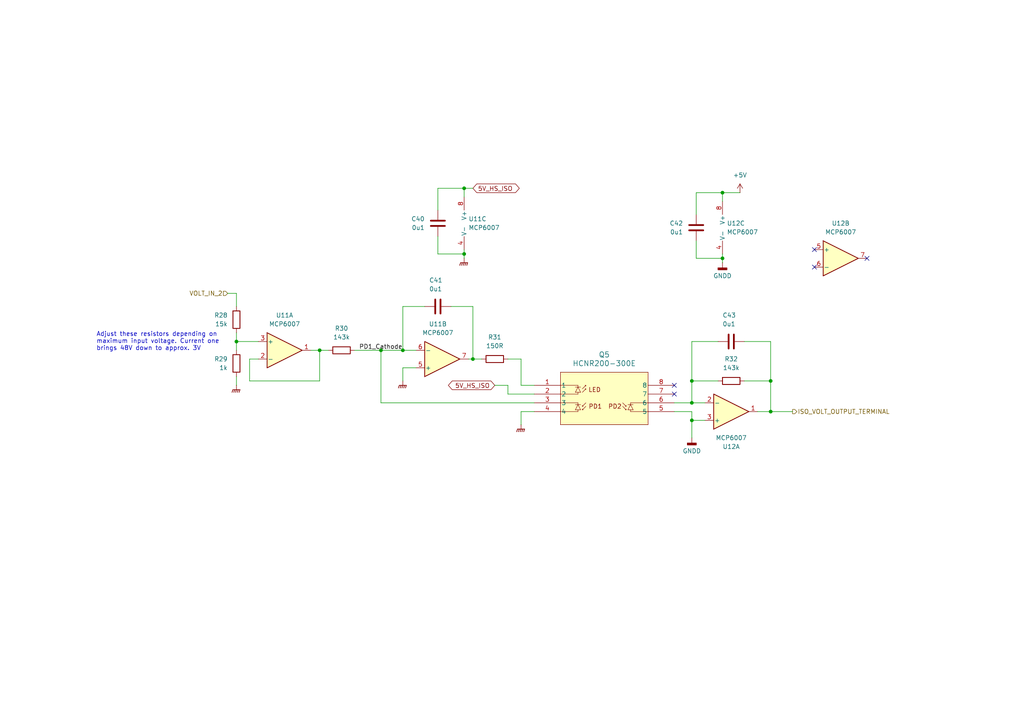
<source format=kicad_sch>
(kicad_sch (version 20231120) (generator "eeschema") (generator_version "8.0")
  (paper "A4")
  (lib_symbols
    (symbol "Device:C" (pin_numbers hide) (pin_names (offset 0.254))
      (property "Reference" "C" (at 0.635 2.54 0))
      (property "Value" "C" (at 0.635 -2.54 0))
      (symbol "C_0_1"
        (polyline (pts (xy -2.032 -0.762) (xy 2.032 -0.762)) (stroke (width 0.508)))
        (polyline (pts (xy -2.032 0.762) (xy 2.032 0.762)) (stroke (width 0.508)))
      )
      (symbol "C_1_1"
        (pin passive line (at 0 3.81 270) (length 2.794) (name "~") (number "1"))
        (pin passive line (at 0 -3.81 90) (length 2.794) (name "~") (number "2"))
      )
    )
    (symbol "Device:R" (pin_numbers hide) (pin_names (offset 0))
      (property "Reference" "R" (at 2.032 0 90))
      (property "Value" "R" (at 0 0 90))
      (symbol "R_0_1"
        (rectangle (start -1.016 -2.54) (end 1.016 2.54) (stroke (width 0.254)))
      )
      (symbol "R_1_1"
        (pin passive line (at 0 3.81 270) (length 1.27) (name "~") (number "1"))
        (pin passive line (at 0 -3.81 90) (length 1.27) (name "~") (number "2"))
      )
    )
    (symbol "ecocad_lib_symbols:HCNR200-300E" (pin_names (offset 0.254))
      (property "Reference" "Q" (at 20.32 10.16 0))
      (property "Value" "HCNR200-300E" (at 20.32 7.62 0))
      (symbol "HCNR200-300E_0_1"
        (polyline (pts (xy 7.62 -7.62) (xy 12.7 -7.62)) (stroke (width 0.127)))
        (polyline (pts (xy 7.62 -5.08) (xy 12.7 -5.08)) (stroke (width 0.127)))
        (polyline (pts (xy 7.62 -2.54) (xy 12.7 -2.54)) (stroke (width 0.127)))
        (polyline (pts (xy 7.62 0) (xy 12.7 0)) (stroke (width 0.127)))
        (polyline (pts (xy 11.938 -7.112) (xy 13.462 -7.112)) (stroke (width 0.127)))
        (polyline (pts (xy 11.938 -5.588) (xy 13.462 -5.588)) (stroke (width 0.127)))
        (polyline (pts (xy 11.938 -2.032) (xy 13.462 -2.032)) (stroke (width 0.127)))
        (polyline (pts (xy 11.938 -0.508) (xy 13.462 -0.508)) (stroke (width 0.127)))
        (polyline (pts (xy 12.7 -7.112) (xy 12.7 -7.62)) (stroke (width 0.127)))
        (polyline (pts (xy 12.7 -5.588) (xy 11.938 -7.112)) (stroke (width 0.127)))
        (polyline (pts (xy 12.7 -5.08) (xy 12.7 -5.588)) (stroke (width 0.127)))
        (polyline (pts (xy 12.7 -2.032) (xy 12.7 -2.54)) (stroke (width 0.127)))
        (polyline (pts (xy 12.7 -0.508) (xy 11.938 -2.032)) (stroke (width 0.127)))
        (polyline (pts (xy 12.7 0) (xy 12.7 -0.508)) (stroke (width 0.127)))
        (polyline (pts (xy 13.462 -7.112) (xy 12.7 -5.588)) (stroke (width 0.127)))
        (polyline (pts (xy 13.462 -2.032) (xy 12.7 -0.508)) (stroke (width 0.127)))
        (polyline (pts (xy 13.97 -7.112) (xy 13.97 -6.858)) (stroke (width 0.127)))
        (polyline (pts (xy 13.97 -7.112) (xy 14.224 -7.112)) (stroke (width 0.127)))
        (polyline (pts (xy 13.97 -6.096) (xy 13.97 -5.842)) (stroke (width 0.127)))
        (polyline (pts (xy 13.97 -6.096) (xy 14.224 -6.096)) (stroke (width 0.127)))
        (polyline (pts (xy 13.97 -2.032) (xy 14.986 -1.016)) (stroke (width 0.127)))
        (polyline (pts (xy 13.97 -1.016) (xy 14.986 0)) (stroke (width 0.127)))
        (polyline (pts (xy 14.986 -6.096) (xy 13.97 -7.112)) (stroke (width 0.127)))
        (polyline (pts (xy 14.986 -5.08) (xy 13.97 -6.096)) (stroke (width 0.127)))
        (polyline (pts (xy 14.986 -1.016) (xy 14.732 -1.016)) (stroke (width 0.127)))
        (polyline (pts (xy 14.986 -1.016) (xy 14.986 -1.27)) (stroke (width 0.127)))
        (polyline (pts (xy 14.986 0) (xy 14.732 0)) (stroke (width 0.127)))
        (polyline (pts (xy 14.986 0) (xy 14.986 -0.254)) (stroke (width 0.127)))
        (polyline (pts (xy 25.654 -6.096) (xy 26.67 -7.112)) (stroke (width 0.127)))
        (polyline (pts (xy 25.654 -5.08) (xy 26.67 -6.096)) (stroke (width 0.127)))
        (polyline (pts (xy 26.67 -7.112) (xy 26.416 -7.112)) (stroke (width 0.127)))
        (polyline (pts (xy 26.67 -7.112) (xy 26.67 -6.858)) (stroke (width 0.127)))
        (polyline (pts (xy 26.67 -6.096) (xy 26.416 -6.096)) (stroke (width 0.127)))
        (polyline (pts (xy 26.67 -6.096) (xy 26.67 -5.842)) (stroke (width 0.127)))
        (polyline (pts (xy 27.178 -7.112) (xy 27.94 -5.588)) (stroke (width 0.127)))
        (polyline (pts (xy 27.94 -7.112) (xy 27.94 -7.62)) (stroke (width 0.127)))
        (polyline (pts (xy 27.94 -5.588) (xy 28.702 -7.112)) (stroke (width 0.127)))
        (polyline (pts (xy 27.94 -5.08) (xy 27.94 -5.588)) (stroke (width 0.127)))
        (polyline (pts (xy 28.702 -7.112) (xy 27.178 -7.112)) (stroke (width 0.127)))
        (polyline (pts (xy 28.702 -5.588) (xy 27.178 -5.588)) (stroke (width 0.127)))
        (polyline (pts (xy 33.02 -7.62) (xy 27.94 -7.62)) (stroke (width 0.127)))
        (polyline (pts (xy 33.02 -5.08) (xy 27.94 -5.08)) (stroke (width 0.127)))
        (pin unspecified line (at 0 0 0) (length 7.62) (name "1") (number "1"))
        (pin unspecified line (at 0 -2.54 0) (length 7.62) (name "2") (number "2"))
        (pin unspecified line (at 0 -5.08 0) (length 7.62) (name "3") (number "3"))
        (pin unspecified line (at 0 -7.62 0) (length 7.62) (name "4") (number "4"))
        (pin unspecified line (at 40.64 -7.62 180) (length 7.62) (name "5") (number "5"))
        (pin unspecified line (at 40.64 -5.08 180) (length 7.62) (name "6") (number "6"))
        (pin unspecified line (at 40.64 -2.54 180) (length 7.62) (name "7") (number "7"))
        (pin unspecified line (at 40.64 0 180) (length 7.62) (name "8") (number "8"))
      )
      (symbol "HCNR200-300E_1_1"
        (rectangle (start 7.62 3.81) (end 33.02 -11.43) (fill (type background)))
        (text "LED" (at 17.526 -1.27 0) (effects (font (size 1.27 1.27))))
        (text "PD1  PD2" (at 20.574 -6.096 0) (effects (font (size 1.27 1.27))))
      )
    )
    (symbol "ecocad_lib_symbols:MCP6007" (pin_names (offset 0.127))
      (property "Reference" "U" (at 0 5.08 0))
      (property "Value" "MCP6007" (at 0 -5.08 0))
      (symbol "MCP6007_1_1"
        (polyline (pts (xy -5.08 5.08) (xy 5.08 0) (xy -5.08 -5.08) (xy -5.08 5.08)) (stroke (width 0.254)) (fill (type background)))
        (pin output line (at 7.62 0 180) (length 2.54) (name "~") (number "1"))
        (pin input line (at -7.62 -2.54 0) (length 2.54) (name "-") (number "2"))
        (pin input line (at -7.62 2.54 0) (length 2.54) (name "+") (number "3"))
      )
      (symbol "MCP6007_2_1"
        (polyline (pts (xy -5.08 5.08) (xy 5.08 0) (xy -5.08 -5.08) (xy -5.08 5.08)) (stroke (width 0.254)) (fill (type background)))
        (pin input line (at -7.62 2.54 0) (length 2.54) (name "+") (number "5"))
        (pin input line (at -7.62 -2.54 0) (length 2.54) (name "-") (number "6"))
        (pin output line (at 7.62 0 180) (length 2.54) (name "~") (number "7"))
      )
      (symbol "MCP6007_3_1"
        (pin power_in line (at -2.54 -7.62 90) (length 3.81) (name "V-") (number "4"))
        (pin power_in line (at -2.54 7.62 270) (length 3.81) (name "V+") (number "8"))
      )
    )
    (symbol "power:+5V" (power) (pin_numbers hide) (pin_names (offset 0) hide)
      (property "Value" "+5V" (at 0 3.556 0))
      (symbol "+5V_0_1"
        (polyline (pts (xy -0.762 1.27) (xy 0 2.54)))
        (polyline (pts (xy 0 0) (xy 0 2.54)))
        (polyline (pts (xy 0 2.54) (xy 0.762 1.27)))
      )
      (symbol "+5V_1_1"
        (pin power_in line (at 0 0 90) (length 0) (name "~") (number "1"))
      )
    )
    (symbol "power:GNDD" (power) (pin_numbers hide) (pin_names (offset 0) hide)
      (property "Value" "GNDD" (at 0 -3.175 0))
      (symbol "GNDD_0_1"
        (rectangle (start -1.27 -1.524) (end 1.27 -2.032) (stroke (width 0.254)) (fill (type outline)))
        (polyline (pts (xy 0 0) (xy 0 -1.524)))
      )
      (symbol "GNDD_1_1"
        (pin power_in line (at 0 0 270) (length 0) (name "~") (number "1"))
      )
    )
    (symbol "power:GNDPWR" (power) (pin_numbers hide) (pin_names (offset 0) hide)
      (property "Value" "GNDPWR" (at 0 -3.302 0))
      (symbol "GNDPWR_0_1"
        (polyline (pts (xy 0 -1.27) (xy 0 0)))
        (polyline (pts (xy -1.016 -1.27) (xy -1.27 -2.032) (xy -1.27 -2.032)) (stroke (width 0.2032)))
        (polyline (pts (xy -0.508 -1.27) (xy -0.762 -2.032) (xy -0.762 -2.032)) (stroke (width 0.2032)))
        (polyline (pts (xy 0 -1.27) (xy -0.254 -2.032) (xy -0.254 -2.032)) (stroke (width 0.2032)))
        (polyline (pts (xy 0.508 -1.27) (xy 0.254 -2.032) (xy 0.254 -2.032)) (stroke (width 0.2032)))
        (polyline (pts (xy 1.016 -1.27) (xy -1.016 -1.27) (xy -1.016 -1.27)) (stroke (width 0.2032)))
        (polyline (pts (xy 1.016 -1.27) (xy 0.762 -2.032) (xy 0.762 -2.032) (xy 0.762 -2.032)) (stroke (width 0.2032)))
      )
      (symbol "GNDPWR_1_1"
        (pin power_in line (at 0 0 270) (length 0) (name "~") (number "1"))
      )
    )
  )
  (junction (at 68.58 99.06))
  (junction (at 223.52 119.38))
  (junction (at 134.62 73.66))
  (junction (at 200.66 110.49))
  (junction (at 92.71 101.6))
  (junction (at 134.62 54.61))
  (junction (at 110.49 101.6))
  (junction (at 200.66 121.92))
  (junction (at 223.52 110.49))
  (junction (at 209.55 74.93))
  (junction (at 200.66 116.84))
  (junction (at 137.16 104.14))
  (junction (at 209.55 55.88))
  (junction (at 116.84 101.6))
  (no_connect (at 195.58 111.76))
  (no_connect (at 195.58 114.3))
  (no_connect (at 236.22 72.39))
  (no_connect (at 251.46 74.93))
  (no_connect (at 236.22 77.47))
  (wire (pts (xy 200.66 116.84) (xy 204.47 116.84)))
  (wire (pts (xy 200.66 110.49) (xy 208.28 110.49)))
  (wire (pts (xy 147.32 111.76) (xy 147.32 114.3)))
  (wire (pts (xy 116.84 88.9) (xy 116.84 101.6)))
  (wire (pts (xy 120.65 106.68) (xy 116.84 106.68)))
  (wire (pts (xy 151.13 119.38) (xy 151.13 123.19)))
  (wire (pts (xy 200.66 110.49) (xy 200.66 99.06)))
  (wire (pts (xy 223.52 119.38) (xy 219.71 119.38)))
  (wire (pts (xy 92.71 101.6) (xy 95.25 101.6)))
  (wire (pts (xy 143.51 111.76) (xy 147.32 111.76)))
  (wire (pts (xy 92.71 101.6) (xy 90.17 101.6)))
  (wire (pts (xy 200.66 116.84) (xy 200.66 110.49)))
  (wire (pts (xy 201.93 62.23) (xy 201.93 55.88)))
  (wire (pts (xy 92.71 110.49) (xy 92.71 101.6)))
  (wire (pts (xy 68.58 99.06) (xy 74.93 99.06)))
  (wire (pts (xy 134.62 73.66) (xy 134.62 72.39)))
  (wire (pts (xy 74.93 104.14) (xy 72.39 104.14)))
  (wire (pts (xy 200.66 119.38) (xy 200.66 121.92)))
  (wire (pts (xy 195.58 116.84) (xy 200.66 116.84)))
  (wire (pts (xy 66.04 85.09) (xy 68.58 85.09)))
  (wire (pts (xy 201.93 69.85) (xy 201.93 74.93)))
  (wire (pts (xy 215.9 110.49) (xy 223.52 110.49)))
  (wire (pts (xy 135.89 104.14) (xy 137.16 104.14)))
  (wire (pts (xy 127 54.61) (xy 134.62 54.61)))
  (wire (pts (xy 127 68.58) (xy 127 73.66)))
  (wire (pts (xy 154.94 119.38) (xy 151.13 119.38)))
  (wire (pts (xy 68.58 109.22) (xy 68.58 111.76)))
  (wire (pts (xy 110.49 116.84) (xy 154.94 116.84)))
  (wire (pts (xy 147.32 114.3) (xy 154.94 114.3)))
  (wire (pts (xy 137.16 88.9) (xy 137.16 104.14)))
  (wire (pts (xy 137.16 104.14) (xy 139.7 104.14)))
  (wire (pts (xy 68.58 99.06) (xy 68.58 101.6)))
  (wire (pts (xy 200.66 121.92) (xy 204.47 121.92)))
  (wire (pts (xy 147.32 104.14) (xy 151.13 104.14)))
  (wire (pts (xy 209.55 55.88) (xy 214.63 55.88)))
  (wire (pts (xy 223.52 110.49) (xy 223.52 119.38)))
  (wire (pts (xy 68.58 88.9) (xy 68.58 85.09)))
  (wire (pts (xy 215.9 99.06) (xy 223.52 99.06)))
  (wire (pts (xy 110.49 101.6) (xy 116.84 101.6)))
  (wire (pts (xy 209.55 74.93) (xy 209.55 73.66)))
  (wire (pts (xy 130.81 88.9) (xy 137.16 88.9)))
  (wire (pts (xy 127 60.96) (xy 127 54.61)))
  (wire (pts (xy 201.93 55.88) (xy 209.55 55.88)))
  (wire (pts (xy 200.66 121.92) (xy 200.66 127)))
  (wire (pts (xy 200.66 99.06) (xy 208.28 99.06)))
  (wire (pts (xy 116.84 88.9) (xy 123.19 88.9)))
  (wire (pts (xy 127 73.66) (xy 134.62 73.66)))
  (wire (pts (xy 116.84 106.68) (xy 116.84 110.49)))
  (wire (pts (xy 201.93 74.93) (xy 209.55 74.93)))
  (wire (pts (xy 209.55 76.2) (xy 209.55 74.93)))
  (wire (pts (xy 116.84 101.6) (xy 120.65 101.6)))
  (wire (pts (xy 134.62 54.61) (xy 134.62 57.15)))
  (wire (pts (xy 134.62 74.93) (xy 134.62 73.66)))
  (wire (pts (xy 137.16 54.61) (xy 134.62 54.61)))
  (wire (pts (xy 151.13 104.14) (xy 151.13 111.76)))
  (wire (pts (xy 195.58 119.38) (xy 200.66 119.38)))
  (wire (pts (xy 154.94 111.76) (xy 151.13 111.76)))
  (wire (pts (xy 72.39 110.49) (xy 92.71 110.49)))
  (wire (pts (xy 72.39 104.14) (xy 72.39 110.49)))
  (wire (pts (xy 223.52 119.38) (xy 229.87 119.38)))
  (wire (pts (xy 102.87 101.6) (xy 110.49 101.6)))
  (wire (pts (xy 110.49 116.84) (xy 110.49 101.6)))
  (wire (pts (xy 223.52 99.06) (xy 223.52 110.49)))
  (wire (pts (xy 209.55 55.88) (xy 209.55 58.42)))
  (wire (pts (xy 68.58 96.52) (xy 68.58 99.06)))
  (text "Add isolation for track pin\nuse the same curcuitry, switch power\ntrack unity gain op amp goes into it\nuse different ground\n\n\n\n\n" (at -73.914 61.214 0) (effects (font (size 2.54 2.54))))
  (text "Adjust these resistors depending on\nmaximum input voltage. Current one\nbrings 48V down to approx. 3V" (at 27.94 99.06 0) (effects (font (size 1.27 1.27)) (justify left)))
  (label "PD1_Cathode" (at 104.14 101.6 0))
  (global_label "5V_HS_ISO" (shape bidirectional) (at 143.51 111.76 180) (property "Intersheetrefs" "${INTERSHEET_REFS}" (effects (hide yes))))
  (global_label "5V_HS_ISO" (shape bidirectional) (at 137.16 54.61 0) (property "Intersheetrefs" "${INTERSHEET_REFS}" (effects (hide yes))))
  (hierarchical_label "ISO_VOLT_OUTPUT_TERMINAL" (shape output) (at 229.87 119.38 0))
  (hierarchical_label "VOLT_IN_2" (shape input) (at 66.04 85.09 180))
  (symbol (lib_id "ecocad_lib_symbols:HCNR200-300E") (at 154.94 111.76 0) (unit 1)
    (property "Reference" "Q5" (at 175.26 102.87 0) (effects (font (size 1.524 1.524))))
    (property "Value" "HCNR200-300E" (at 175.26 105.41 0) (effects (font (size 1.524 1.524))))
    (property "Footprint" "ecocad_lib_footprints:HCNR200-300E" (effects (hide yes)))
    (property "Datasheet" "https://docs.broadcom.com/doc/HCNR200-HCNR201-High-Linearity-Analog-Optocouplers-DS" (effects (hide yes)))
  )
  (symbol (lib_id "Device:C") (at 127 88.9 90) (mirror x) (unit 1)
    (property "Reference" "C41" (at 124.46 81.28 90) (effects (justify right)))
    (property "Value" "0u1" (at 124.46 83.82 90) (effects (justify right)))
    (property "Footprint" "Capacitor_SMD:C_0603_1608Metric" (effects (hide yes)))
    (property "Description" "Unpolarized capacitor" (effects (hide yes)))
  )
  (symbol (lib_id "power:GNDD") (at 209.55 76.2 0) (unit 1)
    (property "Reference" "#PWR074" (effects (hide yes)))
    (property "Value" "GNDD" (at 209.55 80.01 0))
    (property "Description" "Power symbol creates a global label with name \"GNDD\" , digital ground" (effects (hide yes)))
  )
  (symbol (lib_id "power:GNDPWR") (at 116.84 110.49 0) (unit 1)
    (property "Reference" "#PWR070" (effects (hide yes)))
    (property "Value" "GNDPWR" (effects (hide yes)))
    (property "Description" "Power symbol creates a global label with name \"GNDPWR\" , global ground" (effects (hide yes)))
  )
  (symbol (lib_id "Device:C") (at 201.93 66.04 0) (mirror x) (unit 1)
    (property "Reference" "C42" (at 198.12 64.77 0) (effects (justify right)))
    (property "Value" "0u1" (at 198.12 67.31 0) (effects (justify right)))
    (property "Footprint" "Capacitor_SMD:C_0603_1608Metric" (effects (hide yes)))
    (property "Description" "Unpolarized capacitor" (effects (hide yes)))
  )
  (symbol (lib_id "Device:C") (at 127 64.77 0) (mirror x) (unit 1)
    (property "Reference" "C40" (at 123.19 63.5 0) (effects (justify right)))
    (property "Value" "0u1" (at 123.19 66.04 0) (effects (justify right)))
    (property "Footprint" "Capacitor_SMD:C_0603_1608Metric" (effects (hide yes)))
    (property "Description" "Unpolarized capacitor" (effects (hide yes)))
  )
  (symbol (lib_id "power:GNDPWR") (at 151.13 123.19 0) (unit 1)
    (property "Reference" "#PWR072" (effects (hide yes)))
    (property "Value" "GNDPWR" (effects (hide yes)))
    (property "Description" "Power symbol creates a global label with name \"GNDPWR\" , global ground" (effects (hide yes)))
  )
  (symbol (lib_id "Device:R") (at 143.51 104.14 90) (unit 1)
    (property "Reference" "R31" (at 143.51 97.79 90))
    (property "Value" "150R" (at 143.51 100.33 90))
    (property "Footprint" "Resistor_SMD:R_0805_2012Metric" (effects (hide yes)))
    (property "Description" "Resistor" (effects (hide yes)))
  )
  (symbol (lib_id "power:+5V") (at 214.63 55.88 0) (unit 1)
    (property "Reference" "#PWR075" (effects (hide yes)))
    (property "Value" "+5V" (at 214.63 50.8 0))
    (property "Description" "Power symbol creates a global label with name \"+5V\"" (effects (hide yes)))
  )
  (symbol (lib_id "power:GNDPWR") (at 68.58 111.76 0) (unit 1)
    (property "Reference" "#PWR069" (effects (hide yes)))
    (property "Value" "GNDPWR" (effects (hide yes)))
    (property "Description" "Power symbol creates a global label with name \"GNDPWR\" , global ground" (effects (hide yes)))
  )
  (symbol (lib_id "power:GNDPWR") (at 134.62 74.93 0) (unit 1)
    (property "Reference" "#PWR071" (effects (hide yes)))
    (property "Value" "GNDPWR" (effects (hide yes)))
    (property "Description" "Power symbol creates a global label with name \"GNDPWR\" , global ground" (effects (hide yes)))
  )
  (symbol (lib_id "Device:R") (at 212.09 110.49 90) (unit 1)
    (property "Reference" "R32" (at 212.09 104.14 90))
    (property "Value" "143k" (at 212.09 106.68 90))
    (property "Footprint" "Resistor_SMD:R_0603_1608Metric" (effects (hide yes)))
    (property "Description" "Resistor" (effects (hide yes)))
  )
  (symbol (lib_id "Device:C") (at 212.09 99.06 90) (mirror x) (unit 1)
    (property "Reference" "C43" (at 209.55 91.44 90) (effects (justify right)))
    (property "Value" "0u1" (at 209.55 93.98 90) (effects (justify right)))
    (property "Footprint" "Capacitor_SMD:C_0603_1608Metric" (effects (hide yes)))
    (property "Description" "Unpolarized capacitor" (effects (hide yes)))
  )
  (symbol (lib_id "ecocad_lib_symbols:MCP6007") (at 243.84 74.93 0) (unit 2)
    (property "Reference" "U12" (at 243.84 64.77 0))
    (property "Value" "MCP6007" (at 243.84 67.31 0))
    (property "Footprint" "Package_SO:SOIC-8_3.9x4.9mm_P1.27mm" (effects (hide yes)))
    (property "Datasheet" "https://ww1.microchip.com/downloads/aemDocuments/documents/APID/ProductDocuments/DataSheets/MCP6006-6R-6U-7-9-Data-Sheet-20006411B.pdf" (effects (hide yes)))
    (property "Description" "Dual Operational Amplifiers, DIP-8/SOIC-8/TSSOP-8/VSSOP-8" (effects (hide yes)))
  )
  (symbol (lib_id "ecocad_lib_symbols:MCP6007") (at 212.09 119.38 0) (mirror x) (unit 1)
    (property "Reference" "U12" (at 212.09 129.54 0))
    (property "Value" "MCP6007" (at 212.09 127 0))
    (property "Footprint" "Package_SO:SOIC-8_3.9x4.9mm_P1.27mm" (effects (hide yes)))
    (property "Datasheet" "https://ww1.microchip.com/downloads/aemDocuments/documents/APID/ProductDocuments/DataSheets/MCP6006-6R-6U-7-9-Data-Sheet-20006411B.pdf" (effects (hide yes)))
    (property "Description" "Dual Operational Amplifiers, DIP-8/SOIC-8/TSSOP-8/VSSOP-8" (effects (hide yes)))
  )
  (symbol (lib_id "ecocad_lib_symbols:MCP6007") (at 212.09 66.04 0) (unit 3)
    (property "Reference" "U12" (at 210.82 64.7699 0) (effects (justify left)))
    (property "Value" "MCP6007" (at 210.82 67.3099 0) (effects (justify left)))
    (property "Footprint" "Package_SO:SOIC-8_3.9x4.9mm_P1.27mm" (effects (hide yes)))
    (property "Datasheet" "https://ww1.microchip.com/downloads/aemDocuments/documents/APID/ProductDocuments/DataSheets/MCP6006-6R-6U-7-9-Data-Sheet-20006411B.pdf" (effects (hide yes)))
    (property "Description" "Dual Operational Amplifiers, DIP-8/SOIC-8/TSSOP-8/VSSOP-8" (effects (hide yes)))
  )
  (symbol (lib_id "ecocad_lib_symbols:MCP6007") (at 128.27 104.14 0) (mirror x) (unit 2)
    (property "Reference" "U11" (at 127 93.98 0))
    (property "Value" "MCP6007" (at 127 96.52 0))
    (property "Footprint" "Package_SO:SOIC-8_3.9x4.9mm_P1.27mm" (effects (hide yes)))
    (property "Datasheet" "https://ww1.microchip.com/downloads/aemDocuments/documents/APID/ProductDocuments/DataSheets/MCP6006-6R-6U-7-9-Data-Sheet-20006411B.pdf" (effects (hide yes)))
    (property "Description" "Dual Operational Amplifiers, DIP-8/SOIC-8/TSSOP-8/VSSOP-8" (effects (hide yes)))
  )
  (symbol (lib_id "power:GNDD") (at 200.66 127 0) (unit 1)
    (property "Reference" "#PWR073" (effects (hide yes)))
    (property "Value" "GNDD" (at 200.66 130.81 0))
    (property "Description" "Power symbol creates a global label with name \"GNDD\" , digital ground" (effects (hide yes)))
  )
  (symbol (lib_id "Device:R") (at 68.58 105.41 0) (mirror x) (unit 1)
    (property "Reference" "R29" (at 66.04 104.1399 0) (effects (justify right)))
    (property "Value" "1k" (at 66.04 106.6799 0) (effects (justify right)))
    (property "Footprint" "Resistor_SMD:R_0603_1608Metric" (effects (hide yes)))
    (property "Description" "Resistor" (effects (hide yes)))
  )
  (symbol (lib_id "Device:R") (at 99.06 101.6 90) (unit 1)
    (property "Reference" "R30" (at 99.06 95.25 90))
    (property "Value" "143k" (at 99.06 97.79 90))
    (property "Footprint" "Resistor_SMD:R_0603_1608Metric" (effects (hide yes)))
    (property "Description" "Resistor" (effects (hide yes)))
  )
  (symbol (lib_id "Device:R") (at 68.58 92.71 0) (mirror x) (unit 1)
    (property "Reference" "R28" (at 66.04 91.4399 0) (effects (justify right)))
    (property "Value" "15k" (at 66.04 93.9799 0) (effects (justify right)))
    (property "Footprint" "Resistor_SMD:R_0603_1608Metric" (effects (hide yes)))
    (property "Description" "Resistor" (effects (hide yes)))
  )
  (symbol (lib_id "ecocad_lib_symbols:MCP6007") (at 82.55 101.6 0) (unit 1)
    (property "Reference" "U11" (at 82.55 91.44 0))
    (property "Value" "MCP6007" (at 82.55 93.98 0))
    (property "Footprint" "Package_SO:SOIC-8_3.9x4.9mm_P1.27mm" (effects (hide yes)))
    (property "Datasheet" "https://ww1.microchip.com/downloads/aemDocuments/documents/APID/ProductDocuments/DataSheets/MCP6006-6R-6U-7-9-Data-Sheet-20006411B.pdf" (effects (hide yes)))
    (property "Description" "Dual Operational Amplifiers, DIP-8/SOIC-8/TSSOP-8/VSSOP-8" (effects (hide yes)))
  )
  (symbol (lib_id "ecocad_lib_symbols:MCP6007") (at 137.16 64.77 0) (unit 3)
    (property "Reference" "U11" (at 135.89 63.4999 0) (effects (justify left)))
    (property "Value" "MCP6007" (at 135.89 66.0399 0) (effects (justify left)))
    (property "Footprint" "Package_SO:SOIC-8_3.9x4.9mm_P1.27mm" (effects (hide yes)))
    (property "Datasheet" "https://ww1.microchip.com/downloads/aemDocuments/documents/APID/ProductDocuments/DataSheets/MCP6006-6R-6U-7-9-Data-Sheet-20006411B.pdf" (effects (hide yes)))
    (property "Description" "Dual Operational Amplifiers, DIP-8/SOIC-8/TSSOP-8/VSSOP-8" (effects (hide yes)))
  )
)
</source>
